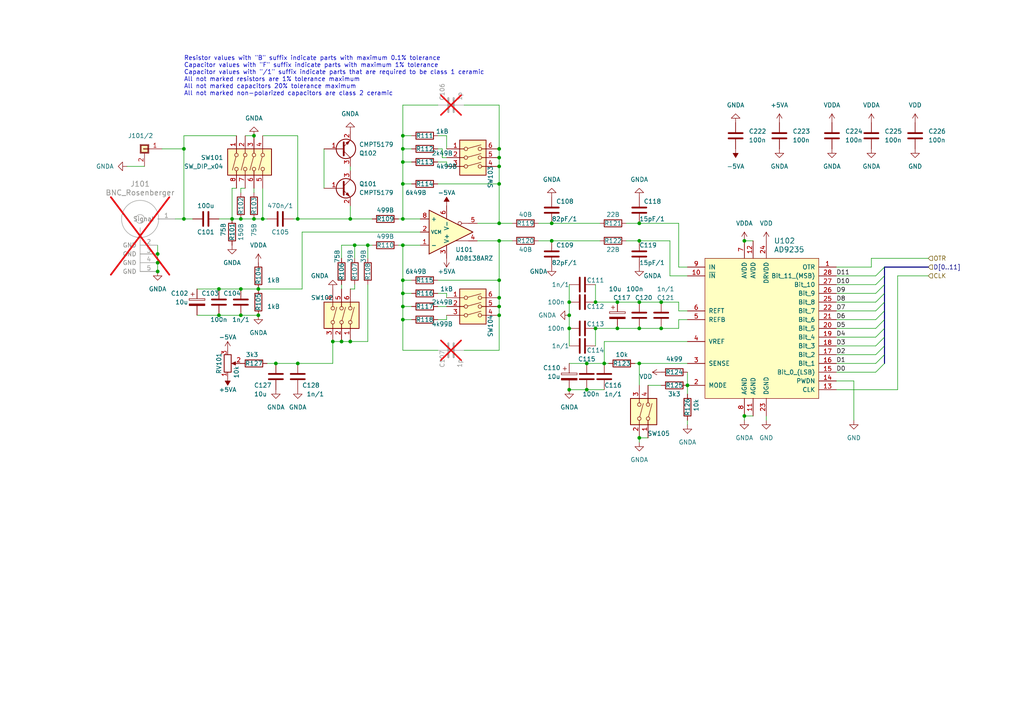
<source format=kicad_sch>
(kicad_sch (version 20231120) (generator "eeschema") (generator_version "8.0")
  (paper "A4")
  (title_block (title "MISRC-PCM") (date "2024-05-23") (rev "2.1") (comment 1 "Analog input + ADC"))
  (lib_symbols
    (symbol "ADC:AD9235" (pin_names (offset 1.016))
      (property "Reference" "U" (at -15.24 -21.59 0))
      (property "Value" "AD9235" (at -12.7 21.59 0))
      (symbol "AD9235_1_1"
        (pin input line (at 21.59 17.78 180) (length 5.08) (name "OTR") (number "1"))
        (pin input line (at -21.59 15.24 0) (length 5.08) (name "~{IN}") (number "10"))
        (pin power_in line (at -2.54 -25.4 90) (length 5.08) (name "AGND") (number "11"))
        (pin power_in line (at -2.54 25.4 270) (length 5.08) (name "AVDD") (number "12"))
        (pin input line (at 21.59 -17.78 180) (length 5.08) (name "CLK") (number "13"))
        (pin input line (at 21.59 -15.24 180) (length 5.08) (name "PWDN") (number "14"))
        (pin output line (at 21.59 -12.7 180) (length 5.08) (name "Bit_0_(LSB)") (number "15"))
        (pin output line (at 21.59 -10.16 180) (length 5.08) (name "Bit_1") (number "16"))
        (pin output line (at 21.59 -7.62 180) (length 5.08) (name "Bit_2") (number "17"))
        (pin output line (at 21.59 -5.08 180) (length 5.08) (name "Bit_3") (number "18"))
        (pin output line (at 21.59 -2.54 180) (length 5.08) (name "Bit_4") (number "19"))
        (pin input line (at -21.59 -16.51 0) (length 5.08) (name "MODE") (number "2"))
        (pin output line (at 21.59 0 180) (length 5.08) (name "Bit_5") (number "20"))
        (pin output line (at 21.59 2.54 180) (length 5.08) (name "Bit_6") (number "21"))
        (pin output line (at 21.59 5.08 180) (length 5.08) (name "Bit_7") (number "22"))
        (pin power_in line (at 1.27 -25.4 90) (length 5.08) (name "DGND") (number "23"))
        (pin power_in line (at 1.27 25.4 270) (length 5.08) (name "DRVDD") (number "24"))
        (pin output line (at 21.59 7.62 180) (length 5.08) (name "Bit_8") (number "25"))
        (pin output line (at 21.59 10.16 180) (length 5.08) (name "Bit_9") (number "26"))
        (pin output line (at 21.59 12.7 180) (length 5.08) (name "Bit_10") (number "27"))
        (pin output line (at 21.59 15.24 180) (length 5.08) (name "Bit_11_(MSB)") (number "28"))
        (pin input line (at -21.59 -10.16 0) (length 5.08) (name "SENSE") (number "3"))
        (pin input line (at -21.59 -3.81 0) (length 5.08) (name "VREF") (number "4"))
        (pin power_out line (at -21.59 2.54 0) (length 5.08) (name "REFB") (number "5"))
        (pin power_out line (at -21.59 5.08 0) (length 5.08) (name "REFT") (number "6"))
        (pin power_in line (at -5.08 25.4 270) (length 5.08) (name "AVDD") (number "7"))
        (pin power_in line (at -5.08 -25.4 90) (length 5.08) (name "AGND") (number "8"))
        (pin input line (at -21.59 17.78 0) (length 5.08) (name "IN") (number "9"))
      )
    )
    (symbol "Amplifier_Differential_AKL:AD8138ARZ"
      (property "Reference" "U" (at 8.89 11.43 0))
      (property "Value" "AD8138ARZ" (at 8.89 8.89 0))
      (symbol "AD8138ARZ_1_1"
        (pin input line (at -7.62 3.81 0) (length 2.54) (name "-") (number "1"))
        (pin input line (at -7.62 0 0) (length 2.54) (name "VCM") (number "2"))
        (pin power_in line (at 0 7.62 270) (length 3.84) (name "V+") (number "3"))
        (pin output line (at 8.89 2.54 180) (length 2.54) (name "~") (number "4"))
        (pin output line (at 8.89 -2.54 180) (length 2.54) (name "~") (number "5"))
        (pin power_in line (at 0 -7.62 90) (length 3.84) (name "V-") (number "6"))
        (pin no_connect line (at 0 0 0) (length 2.54) hide (name "NC") (number "7"))
        (pin input line (at -7.62 -3.81 0) (length 2.54) (name "+") (number "8"))
      )
    )
    (symbol "Connector_Generic_Shielded:Conn_01x01_Shielded" (pin_names (offset 1.016) hide)
      (property "Reference" "J1" (at -2.54 3.81 0))
      (symbol "Conn_01x01_Shielded_1_1"
        (pin passive line (at -5.08 0 0) (length 4.064) (name "Pin_1") (number "1"))
        (pin passive line (at 0 -5.08 90) (length 3.81) (name "Shield") (number "2"))
      )
    )
    (symbol "Device:C" (pin_numbers hide) (pin_names (offset 0.254))
      (property "Reference" "C" (at 0.635 2.54 0))
      (property "Value" "C" (at 0.635 -2.54 0))
      (symbol "C_1_1"
        (pin passive line (at 0 3.81 270) (length 2.794) (name "~") (number "1"))
        (pin passive line (at 0 -3.81 90) (length 2.794) (name "~") (number "2"))
      )
    )
    (symbol "Device:C_Polarized" (pin_numbers hide) (pin_names (offset 0.254))
      (property "Reference" "C" (at 0.635 2.54 0))
      (property "Value" "C_Polarized" (at 0.635 -2.54 0))
      (symbol "C_Polarized_1_1"
        (pin passive line (at 0 3.81 270) (length 2.794) (name "~") (number "1"))
        (pin passive line (at 0 -3.81 90) (length 2.794) (name "~") (number "2"))
      )
    )
    (symbol "Device:Q_NPN_BEC" (pin_names (offset 0) hide)
      (property "Reference" "Q" (at 5.08 1.27 0))
      (property "Value" "Q_NPN_BEC" (at 5.08 -1.27 0))
      (symbol "Q_NPN_BEC_1_1"
        (pin input line (at -5.08 0 0) (length 5.715) (name "B") (number "1"))
        (pin passive line (at 2.54 -5.08 90) (length 2.54) (name "E") (number "2"))
        (pin passive line (at 2.54 5.08 270) (length 2.54) (name "C") (number "3"))
      )
    )
    (symbol "Device:R" (pin_numbers hide) (pin_names (offset 0))
      (property "Reference" "R" (at 2.032 0 90))
      (property "Value" "R" (at 0 0 90))
      (symbol "R_1_1"
        (pin passive line (at 0 3.81 270) (length 1.27) (name "~") (number "1"))
        (pin passive line (at 0 -3.81 90) (length 1.27) (name "~") (number "2"))
      )
    )
    (symbol "Device:R_Potentiometer" (pin_names (offset 1.016) hide)
      (property "Reference" "RV" (at -4.445 0 90))
      (property "Value" "R_Potentiometer" (at -2.54 0 90))
      (symbol "R_Potentiometer_1_1"
        (pin passive line (at 0 3.81 270) (length 1.27) (name "1") (number "1"))
        (pin passive line (at 3.81 0 180) (length 1.27) (name "2") (number "2"))
        (pin passive line (at 0 -3.81 90) (length 1.27) (name "3") (number "3"))
      )
    )
    (symbol "Switch:SW_DIP_x02" (pin_names (offset 0) hide)
      (property "Reference" "SW" (at 0 6.35 0))
      (property "Value" "SW_DIP_x02" (at 0 -3.81 0))
      (symbol "SW_DIP_x02_1_1"
        (pin passive line (at -7.62 2.54 0) (length 5.08) (name "~") (number "1"))
        (pin passive line (at -7.62 0 0) (length 5.08) (name "~") (number "2"))
        (pin passive line (at 7.62 0 180) (length 5.08) (name "~") (number "3"))
        (pin passive line (at 7.62 2.54 180) (length 5.08) (name "~") (number "4"))
      )
    )
    (symbol "Switch:SW_DIP_x03" (pin_names (offset 0) hide)
      (property "Reference" "SW" (at 0 8.89 0))
      (property "Value" "SW_DIP_x03" (at 0 -3.81 0))
      (symbol "SW_DIP_x03_1_1"
        (pin passive line (at -7.62 5.08 0) (length 5.08) (name "~") (number "1"))
        (pin passive line (at -7.62 2.54 0) (length 5.08) (name "~") (number "2"))
        (pin passive line (at -7.62 0 0) (length 5.08) (name "~") (number "3"))
        (pin passive line (at 7.62 0 180) (length 5.08) (name "~") (number "4"))
        (pin passive line (at 7.62 2.54 180) (length 5.08) (name "~") (number "5"))
        (pin passive line (at 7.62 5.08 180) (length 5.08) (name "~") (number "6"))
      )
    )
    (symbol "Switch:SW_DIP_x04" (pin_names (offset 0) hide)
      (property "Reference" "SW" (at 0 8.89 0))
      (property "Value" "SW_DIP_x04" (at 0 -6.35 0))
      (symbol "SW_DIP_x04_1_1"
        (pin passive line (at -7.62 5.08 0) (length 5.08) (name "~") (number "1"))
        (pin passive line (at -7.62 2.54 0) (length 5.08) (name "~") (number "2"))
        (pin passive line (at -7.62 0 0) (length 5.08) (name "~") (number "3"))
        (pin passive line (at -7.62 -2.54 0) (length 5.08) (name "~") (number "4"))
        (pin passive line (at 7.62 -2.54 180) (length 5.08) (name "~") (number "5"))
        (pin passive line (at 7.62 0 180) (length 5.08) (name "~") (number "6"))
        (pin passive line (at 7.62 2.54 180) (length 5.08) (name "~") (number "7"))
        (pin passive line (at 7.62 5.08 180) (length 5.08) (name "~") (number "8"))
      )
    )
    (symbol "bnc_rosenberger:BNC_Rosenberger" (pin_names (offset 1.016))
      (property "Reference" "J" (at -3.81 6.35 0))
      (property "Value" "BNC_Rosenberger" (at -7.62 -5.08 90))
      (symbol "BNC_Rosenberger_1_1"
        (pin bidirectional line (at 10.16 0 180) (length 5.08) (name "Signal") (number "1"))
        (pin power_in line (at 5.08 -7.62 180) (length 5.08) (name "GND") (number "2"))
        (pin power_in line (at 5.08 -10.16 180) (length 5.08) (name "GND") (number "3"))
        (pin power_in line (at 5.08 -12.7 180) (length 5.08) (name "GND") (number "4"))
        (pin power_in line (at 5.08 -15.24 180) (length 5.08) (name "GND") (number "5"))
      )
    )
    (symbol "power:+5VA" (power) (pin_names (offset 0))
      (property "Value" "+5VA" (at 0 3.556 0))
      (symbol "+5VA_1_1"
        (pin power_in line (at 0 0 90) (length 0) hide (name "+5VA") (number "1"))
      )
    )
    (symbol "power:-5VA" (power) (pin_names (offset 0))
      (property "Value" "-5VA" (at 0 3.81 0))
      (symbol "-5VA_0_0"
        (pin power_in line (at 0 0 90) (length 0) hide (name "-5VA") (number "1"))
      )
    )
    (symbol "power:GND" (power) (pin_names (offset 0))
      (property "Value" "GND" (at 0 -3.81 0))
      (symbol "GND_1_1"
        (pin power_in line (at 0 0 270) (length 0) hide (name "GND") (number "1"))
      )
    )
    (symbol "power:GNDA" (power) (pin_names (offset 0))
      (property "Value" "GNDA" (at 0 -3.81 0))
      (symbol "GNDA_1_1"
        (pin power_in line (at 0 0 270) (length 0) hide (name "GNDA") (number "1"))
      )
    )
    (symbol "power:VDD" (power) (pin_names (offset 0))
      (property "Value" "VDD" (at 0 3.81 0))
      (symbol "VDD_1_1"
        (pin power_in line (at 0 0 90) (length 0) hide (name "VDD") (number "1"))
      )
    )
    (symbol "power:VDDA" (power) (pin_names (offset 0))
      (property "Value" "VDDA" (at 0 3.81 0))
      (symbol "VDDA_1_1"
        (pin power_in line (at 0 0 90) (length 0) hide (name "VDDA") (number "1"))
      )
    )
  )
  (junction (at 45.72 76.2))
  (junction (at 116.84 53.34))
  (junction (at 144.78 64.77))
  (junction (at 165.1 91.44))
  (junction (at 165.1 95.25))
  (junction (at 86.36 105.41))
  (junction (at 165.1 87.63))
  (junction (at 101.6 63.5))
  (junction (at 165.1 113.03))
  (junction (at 172.72 95.25))
  (junction (at 67.31 63.5))
  (junction (at 144.78 91.44))
  (junction (at 76.2 63.5))
  (junction (at 96.52 99.06))
  (junction (at 116.84 43.18))
  (junction (at 191.77 87.63))
  (junction (at 144.78 45.72))
  (junction (at 73.66 63.5))
  (junction (at 102.87 71.12))
  (junction (at 215.9 120.65))
  (junction (at 160.02 69.85))
  (junction (at 69.85 91.44))
  (junction (at 170.18 113.03))
  (junction (at 116.84 81.28))
  (junction (at 172.72 87.63))
  (junction (at 116.84 92.71))
  (junction (at 185.42 87.63))
  (junction (at 69.85 63.5))
  (junction (at 175.26 105.41))
  (junction (at 116.84 63.5))
  (junction (at 191.77 95.25))
  (junction (at 179.07 95.25))
  (junction (at 160.02 64.77))
  (junction (at 144.78 48.26))
  (junction (at 185.42 64.77))
  (junction (at 215.9 69.85))
  (junction (at 53.34 63.5))
  (junction (at 74.93 91.44))
  (junction (at 53.34 43.18))
  (junction (at 144.78 43.18))
  (junction (at 74.93 83.82))
  (junction (at 116.84 85.09))
  (junction (at 63.5 83.82))
  (junction (at 80.01 105.41))
  (junction (at 144.78 88.9))
  (junction (at 45.72 73.66))
  (junction (at 116.84 46.99))
  (junction (at 63.5 91.44))
  (junction (at 170.18 105.41))
  (junction (at 86.36 63.5))
  (junction (at 45.72 78.74))
  (junction (at 185.42 69.85))
  (junction (at 116.84 39.37))
  (junction (at 144.78 69.85))
  (junction (at 144.78 53.34))
  (junction (at 69.85 83.82))
  (junction (at 116.84 71.12))
  (junction (at 185.42 95.25))
  (junction (at 144.78 86.36))
  (junction (at 144.78 81.28))
  (junction (at 73.66 39.37))
  (junction (at 101.6 99.06))
  (junction (at 185.42 105.41))
  (junction (at 116.84 88.9))
  (junction (at 179.07 87.63))
  (junction (at 106.68 71.12))
  (junction (at 199.39 111.76))
  (junction (at 185.42 127))
  (junction (at 99.06 99.06))
  (bus_entry (at 256.54 85.09) (size -2.54 2.54))
  (bus_entry (at 256.54 102.87) (size -2.54 2.54))
  (bus_entry (at 256.54 80.01) (size -2.54 2.54))
  (bus_entry (at 256.54 90.17) (size -2.54 2.54))
  (bus_entry (at 256.54 105.41) (size -2.54 2.54))
  (bus_entry (at 256.54 97.79) (size -2.54 2.54))
  (bus_entry (at 256.54 87.63) (size -2.54 2.54))
  (bus_entry (at 256.54 77.47) (size -2.54 2.54))
  (bus_entry (at 256.54 100.33) (size -2.54 2.54))
  (bus_entry (at 256.54 95.25) (size -2.54 2.54))
  (bus_entry (at 256.54 92.71) (size -2.54 2.54))
  (bus_entry (at 256.54 82.55) (size -2.54 2.54))
  (wire (pts (xy 160.02 64.77) (xy 173.99 64.77)))
  (wire (pts (xy 242.57 80.01) (xy 254 80.01)))
  (wire (pts (xy 101.6 63.5) (xy 107.95 63.5)))
  (wire (pts (xy 222.25 121.92) (xy 222.25 120.65)))
  (wire (pts (xy 63.5 63.5) (xy 67.31 63.5)))
  (wire (pts (xy 80.01 105.41) (xy 86.36 105.41)))
  (wire (pts (xy 116.84 88.9) (xy 119.38 88.9)))
  (wire (pts (xy 102.87 83.82) (xy 102.87 82.55)))
  (wire (pts (xy 260.35 80.01) (xy 269.24 80.01)))
  (bus (pts (xy 256.54 80.01) (xy 256.54 82.55)))
  (wire (pts (xy 101.6 83.82) (xy 102.87 83.82)))
  (wire (pts (xy 185.42 105.41) (xy 185.42 111.76)))
  (wire (pts (xy 45.72 73.66) (xy 45.72 76.2)))
  (wire (pts (xy 116.84 53.34) (xy 116.84 63.5)))
  (wire (pts (xy 116.84 43.18) (xy 119.38 43.18)))
  (wire (pts (xy 185.42 105.41) (xy 199.39 105.41)))
  (bus (pts (xy 256.54 95.25) (xy 256.54 97.79)))
  (wire (pts (xy 116.84 101.6) (xy 127 101.6)))
  (wire (pts (xy 119.38 92.71) (xy 116.84 92.71)))
  (wire (pts (xy 127 92.71) (xy 129.54 92.71)))
  (wire (pts (xy 156.21 64.77) (xy 160.02 64.77)))
  (wire (pts (xy 129.54 46.99) (xy 129.54 48.26)))
  (wire (pts (xy 185.42 95.25) (xy 191.77 95.25)))
  (wire (pts (xy 144.78 81.28) (xy 144.78 86.36)))
  (wire (pts (xy 93.98 43.18) (xy 93.98 54.61)))
  (wire (pts (xy 242.57 82.55) (xy 254 82.55)))
  (bus (pts (xy 256.54 102.87) (xy 256.54 105.41)))
  (wire (pts (xy 252.73 77.47) (xy 252.73 74.93)))
  (wire (pts (xy 106.68 82.55) (xy 106.68 99.06)))
  (wire (pts (xy 199.39 111.76) (xy 199.39 114.3)))
  (wire (pts (xy 96.52 105.41) (xy 96.52 99.06)))
  (wire (pts (xy 129.54 85.09) (xy 129.54 86.36)))
  (wire (pts (xy 165.1 87.63) (xy 165.1 91.44)))
  (wire (pts (xy 215.9 120.65) (xy 215.9 121.92)))
  (wire (pts (xy 172.72 82.55) (xy 172.72 87.63)))
  (wire (pts (xy 242.57 85.09) (xy 254 85.09)))
  (wire (pts (xy 172.72 87.63) (xy 179.07 87.63)))
  (wire (pts (xy 45.72 71.12) (xy 45.72 73.66)))
  (wire (pts (xy 73.66 55.88) (xy 73.66 54.61)))
  (bus (pts (xy 256.54 97.79) (xy 256.54 100.33)))
  (wire (pts (xy 181.61 64.77) (xy 185.42 64.77)))
  (wire (pts (xy 106.68 74.93) (xy 106.68 71.12)))
  (wire (pts (xy 53.34 43.18) (xy 53.34 63.5)))
  (wire (pts (xy 99.06 71.12) (xy 99.06 74.93)))
  (bus (pts (xy 256.54 100.33) (xy 256.54 102.87)))
  (wire (pts (xy 215.9 69.85) (xy 218.44 69.85)))
  (wire (pts (xy 76.2 63.5) (xy 77.47 63.5)))
  (wire (pts (xy 116.84 30.48) (xy 116.84 39.37)))
  (wire (pts (xy 165.1 113.03) (xy 170.18 113.03)))
  (wire (pts (xy 185.42 69.85) (xy 194.31 69.85)))
  (wire (pts (xy 172.72 95.25) (xy 179.07 95.25)))
  (wire (pts (xy 185.42 127) (xy 185.42 128.27)))
  (bus (pts (xy 256.54 77.47) (xy 269.24 77.47)))
  (wire (pts (xy 165.1 95.25) (xy 165.1 100.33)))
  (bus (pts (xy 256.54 87.63) (xy 256.54 90.17)))
  (wire (pts (xy 144.78 45.72) (xy 144.78 48.26)))
  (wire (pts (xy 175.26 99.06) (xy 199.39 99.06)))
  (wire (pts (xy 170.18 105.41) (xy 175.26 105.41)))
  (wire (pts (xy 116.84 92.71) (xy 116.84 101.6)))
  (wire (pts (xy 160.02 69.85) (xy 173.99 69.85)))
  (wire (pts (xy 76.2 39.37) (xy 86.36 39.37)))
  (wire (pts (xy 46.99 43.18) (xy 53.34 43.18)))
  (wire (pts (xy 247.65 110.49) (xy 247.65 121.92)))
  (wire (pts (xy 67.31 54.61) (xy 67.31 63.5)))
  (wire (pts (xy 199.39 107.95) (xy 199.39 111.76)))
  (wire (pts (xy 102.87 71.12) (xy 99.06 71.12)))
  (wire (pts (xy 50.8 63.5) (xy 53.34 63.5)))
  (wire (pts (xy 134.62 30.48) (xy 144.78 30.48)))
  (wire (pts (xy 57.15 91.44) (xy 63.5 91.44)))
  (wire (pts (xy 101.6 59.69) (xy 101.6 63.5)))
  (wire (pts (xy 242.57 102.87) (xy 254 102.87)))
  (wire (pts (xy 242.57 92.71) (xy 254 92.71)))
  (wire (pts (xy 68.58 54.61) (xy 67.31 54.61)))
  (wire (pts (xy 129.54 39.37) (xy 129.54 43.18)))
  (wire (pts (xy 119.38 39.37) (xy 116.84 39.37)))
  (wire (pts (xy 196.85 95.25) (xy 196.85 92.71)))
  (wire (pts (xy 77.47 105.41) (xy 80.01 105.41)))
  (wire (pts (xy 196.85 90.17) (xy 196.85 87.63)))
  (wire (pts (xy 67.31 63.5) (xy 69.85 63.5)))
  (wire (pts (xy 57.15 83.82) (xy 63.5 83.82)))
  (wire (pts (xy 119.38 85.09) (xy 116.84 85.09)))
  (wire (pts (xy 116.84 63.5) (xy 121.92 63.5)))
  (wire (pts (xy 116.84 71.12) (xy 121.92 71.12)))
  (wire (pts (xy 127 30.48) (xy 116.84 30.48)))
  (wire (pts (xy 127 88.9) (xy 129.54 88.9)))
  (wire (pts (xy 74.93 83.82) (xy 87.63 83.82)))
  (wire (pts (xy 242.57 100.33) (xy 254 100.33)))
  (wire (pts (xy 127 39.37) (xy 129.54 39.37)))
  (wire (pts (xy 85.09 63.5) (xy 86.36 63.5)))
  (wire (pts (xy 179.07 87.63) (xy 185.42 87.63)))
  (wire (pts (xy 101.6 48.26) (xy 101.6 49.53)))
  (wire (pts (xy 69.85 54.61) (xy 69.85 55.88)))
  (wire (pts (xy 242.57 105.41) (xy 254 105.41)))
  (wire (pts (xy 127 85.09) (xy 129.54 85.09)))
  (wire (pts (xy 215.9 120.65) (xy 218.44 120.65)))
  (bus (pts (xy 256.54 92.71) (xy 256.54 95.25)))
  (wire (pts (xy 116.84 85.09) (xy 116.84 81.28)))
  (wire (pts (xy 101.6 99.06) (xy 106.68 99.06)))
  (wire (pts (xy 185.42 127) (xy 187.96 127)))
  (wire (pts (xy 71.12 54.61) (xy 69.85 54.61)))
  (wire (pts (xy 138.43 64.77) (xy 144.78 64.77)))
  (wire (pts (xy 194.31 69.85) (xy 194.31 80.01)))
  (wire (pts (xy 86.36 63.5) (xy 101.6 63.5)))
  (wire (pts (xy 199.39 90.17) (xy 196.85 90.17)))
  (wire (pts (xy 99.06 83.82) (xy 99.06 82.55)))
  (wire (pts (xy 116.84 88.9) (xy 116.84 92.71)))
  (wire (pts (xy 68.58 39.37) (xy 53.34 39.37)))
  (wire (pts (xy 87.63 67.31) (xy 87.63 83.82)))
  (wire (pts (xy 242.57 77.47) (xy 252.73 77.47)))
  (wire (pts (xy 194.31 80.01) (xy 199.39 80.01)))
  (wire (pts (xy 196.85 92.71) (xy 199.39 92.71)))
  (wire (pts (xy 127 53.34) (xy 144.78 53.34)))
  (wire (pts (xy 175.26 105.41) (xy 176.53 105.41)))
  (wire (pts (xy 181.61 69.85) (xy 185.42 69.85)))
  (wire (pts (xy 45.72 76.2) (xy 45.72 78.74)))
  (wire (pts (xy 144.78 69.85) (xy 144.78 81.28)))
  (wire (pts (xy 63.5 83.82) (xy 69.85 83.82)))
  (wire (pts (xy 260.35 113.03) (xy 260.35 80.01)))
  (wire (pts (xy 172.72 95.25) (xy 172.72 100.33)))
  (wire (pts (xy 127 46.99) (xy 129.54 46.99)))
  (wire (pts (xy 242.57 113.03) (xy 260.35 113.03)))
  (wire (pts (xy 144.78 91.44) (xy 144.78 101.6)))
  (wire (pts (xy 199.39 77.47) (xy 196.85 77.47)))
  (bus (pts (xy 256.54 77.47) (xy 256.54 80.01)))
  (wire (pts (xy 185.42 87.63) (xy 191.77 87.63)))
  (wire (pts (xy 144.78 86.36) (xy 144.78 88.9)))
  (wire (pts (xy 116.84 46.99) (xy 116.84 53.34)))
  (wire (pts (xy 191.77 95.25) (xy 196.85 95.25)))
  (wire (pts (xy 99.06 99.06) (xy 101.6 99.06)))
  (wire (pts (xy 185.42 64.77) (xy 196.85 64.77)))
  (wire (pts (xy 196.85 77.47) (xy 196.85 64.77)))
  (wire (pts (xy 69.85 83.82) (xy 74.93 83.82)))
  (wire (pts (xy 144.78 30.48) (xy 144.78 43.18)))
  (wire (pts (xy 134.62 101.6) (xy 144.78 101.6)))
  (wire (pts (xy 116.84 88.9) (xy 116.84 85.09)))
  (wire (pts (xy 115.57 63.5) (xy 116.84 63.5)))
  (wire (pts (xy 116.84 81.28) (xy 119.38 81.28)))
  (wire (pts (xy 156.21 69.85) (xy 160.02 69.85)))
  (wire (pts (xy 242.57 95.25) (xy 254 95.25)))
  (wire (pts (xy 63.5 91.44) (xy 69.85 91.44)))
  (wire (pts (xy 242.57 90.17) (xy 254 90.17)))
  (wire (pts (xy 144.78 53.34) (xy 144.78 64.77)))
  (wire (pts (xy 115.57 71.12) (xy 116.84 71.12)))
  (wire (pts (xy 165.1 91.44) (xy 165.1 95.25)))
  (wire (pts (xy 185.42 105.41) (xy 184.15 105.41)))
  (wire (pts (xy 127 43.18) (xy 128.27 43.18)))
  (wire (pts (xy 96.52 99.06) (xy 99.06 99.06)))
  (wire (pts (xy 129.54 92.71) (xy 129.54 91.44)))
  (wire (pts (xy 116.84 81.28) (xy 116.84 71.12)))
  (wire (pts (xy 53.34 39.37) (xy 53.34 43.18)))
  (wire (pts (xy 128.27 43.18) (xy 128.27 45.72)))
  (wire (pts (xy 87.63 67.31) (xy 121.92 67.31)))
  (wire (pts (xy 242.57 110.49) (xy 247.65 110.49)))
  (wire (pts (xy 242.57 87.63) (xy 254 87.63)))
  (wire (pts (xy 76.2 63.5) (xy 76.2 54.61)))
  (wire (pts (xy 102.87 74.93) (xy 102.87 71.12)))
  (wire (pts (xy 86.36 105.41) (xy 96.52 105.41)))
  (wire (pts (xy 106.68 71.12) (xy 102.87 71.12)))
  (wire (pts (xy 73.66 63.5) (xy 76.2 63.5)))
  (wire (pts (xy 144.78 88.9) (xy 144.78 91.44)))
  (wire (pts (xy 128.27 45.72) (xy 129.54 45.72)))
  (wire (pts (xy 127 81.28) (xy 144.78 81.28)))
  (wire (pts (xy 69.85 63.5) (xy 73.66 63.5)))
  (wire (pts (xy 165.1 105.41) (xy 170.18 105.41)))
  (wire (pts (xy 242.57 97.79) (xy 254 97.79)))
  (wire (pts (xy 116.84 43.18) (xy 116.84 46.99)))
  (bus (pts (xy 256.54 90.17) (xy 256.54 92.71)))
  (wire (pts (xy 36.83 48.26) (xy 41.91 48.26)))
  (wire (pts (xy 187.96 111.76) (xy 191.77 111.76)))
  (wire (pts (xy 55.88 63.5) (xy 53.34 63.5)))
  (wire (pts (xy 116.84 53.34) (xy 119.38 53.34)))
  (wire (pts (xy 170.18 113.03) (xy 175.26 113.03)))
  (wire (pts (xy 116.84 39.37) (xy 116.84 43.18)))
  (wire (pts (xy 69.85 91.44) (xy 74.93 91.44)))
  (wire (pts (xy 199.39 121.92) (xy 199.39 123.19)))
  (wire (pts (xy 191.77 87.63) (xy 196.85 87.63)))
  (bus (pts (xy 256.54 85.09) (xy 256.54 87.63)))
  (wire (pts (xy 144.78 48.26) (xy 144.78 53.34)))
  (wire (pts (xy 242.57 107.95) (xy 254 107.95)))
  (wire (pts (xy 106.68 71.12) (xy 107.95 71.12)))
  (wire (pts (xy 144.78 69.85) (xy 148.59 69.85)))
  (wire (pts (xy 252.73 74.93) (xy 269.24 74.93)))
  (wire (pts (xy 71.12 39.37) (xy 73.66 39.37)))
  (wire (pts (xy 116.84 46.99) (xy 119.38 46.99)))
  (wire (pts (xy 179.07 95.25) (xy 185.42 95.25)))
  (wire (pts (xy 86.36 39.37) (xy 86.36 63.5)))
  (bus (pts (xy 256.54 82.55) (xy 256.54 85.09)))
  (wire (pts (xy 175.26 105.41) (xy 175.26 99.06)))
  (wire (pts (xy 165.1 82.55) (xy 165.1 87.63)))
  (wire (pts (xy 144.78 43.18) (xy 144.78 45.72)))
  (wire (pts (xy 144.78 64.77) (xy 148.59 64.77)))
  (wire (pts (xy 138.43 69.85) (xy 144.78 69.85)))
  (text "Resistor values with \"B\" suffix indicate parts with maximum 0.1% tolerance\nCapacitor values with \"F\" suffix indicate parts with maximum 1% tolerance\nCapacitor values with \"/1\" suffix indicate parts that are required to be class 1 ceramic\nAll not marked resistors are 1% tolerance maximum\nAll not marked capacitors 20% tolerance maximum\nAll not marked non-polarized capacitors are class 2 ceramic" (at 53.34 27.94 0) (effects (font (size 1.27 1.27)) (justify left bottom)))
  (label "D5" (at 242.57 95.25 0))
  (label "D4" (at 242.57 97.79 0))
  (label "D6" (at 242.57 92.71 0))
  (label "D10" (at 242.57 82.55 0))
  (label "D8" (at 242.57 87.63 0))
  (label "D3" (at 242.57 100.33 0))
  (label "D11" (at 242.57 80.01 0))
  (label "D7" (at 242.57 90.17 0))
  (label "D1" (at 242.57 105.41 0))
  (label "D9" (at 242.57 85.09 0))
  (label "D2" (at 242.57 102.87 0))
  (label "D0" (at 242.57 107.95 0))
  (hierarchical_label "CLK" (shape input) (at 269.24 80.01 0))
  (hierarchical_label "D[0..11]" (shape input) (at 269.24 77.47 0))
  (hierarchical_label "OTR" (shape input) (at 269.24 74.93 0))
  (symbol (lib_id "power:GNDA") (at 213.36 35.56 180) (unit 1)
    (property "Reference" "#PWR0128" (effects (hide yes)))
    (property "Value" "GNDA" (at 213.36 30.48 0))
    (instances (project "MISRC_v2.1" (path "" (reference "#PWR0128") (unit 1)) (path "" (reference "#PWR0219") (unit 1))))
  )
  (symbol (lib_id "power:GNDA") (at 160.02 57.15 180) (unit 1)
    (property "Reference" "#PWR0119" (effects (hide yes)))
    (property "Value" "GNDA" (at 160.02 52.07 0))
    (instances (project "MISRC_v2.1" (path "" (reference "#PWR0119") (unit 1)) (path "" (reference "#PWR0210") (unit 1))))
  )
  (symbol (lib_id "Device:R") (at 74.93 87.63 180) (unit 1)
    (property "Reference" "R105" (at 74.93 90.17 90) (effects (justify right)))
    (property "Value" "1kB" (at 77.47 88.9 0) (effects (justify right)))
    (property "Footprint" "Resistor_SMD:R_0805_2012Metric" (effects (hide yes)))
    (property "Manufacturer_Part_Number" "RT0805BRD071KL" (effects (hide yes)))
    (instances (project "MISRC_v2.1" (path "" (reference "R105") (unit 1)) (path "" (reference "R205") (unit 1))))
  )
  (symbol (lib_id "Device:C") (at 213.36 39.37 0) (unit 1)
    (property "Reference" "C222" (at 217.17 38.1 0) (effects (justify left)))
    (property "Value" "100n" (at 217.17 40.64 0) (effects (justify left)))
    (property "Footprint" "Capacitor_SMD:C_0805_2012Metric" (effects (hide yes)))
    (property "Manufacturer_Part_Number" "GRM21BR72A104KAC4L" (effects (hide yes)))
    (instances (project "MISRC_v2.1" (path "" (reference "C222") (unit 1)) (path "" (reference "C122") (unit 1))))
  )
  (symbol (lib_id "Device:R") (at 106.68 78.74 0) (mirror y) (unit 1)
    (property "Reference" "R108" (at 106.68 76.2 90) (effects (justify right)))
    (property "Value" "39B" (at 105.41 72.39 90) (effects (justify right)))
    (property "Footprint" "Resistor_SMD:R_0805_2012Metric" (effects (hide yes)))
    (property "Manufacturer_Part_Number" "RT0805BRD0739RL" (effects (hide yes)))
    (instances (project "MISRC_v2.1" (path "" (reference "R108") (unit 1)) (path "" (reference "R208") (unit 1))))
  )
  (symbol (lib_id "power:GNDA") (at 252.73 43.18 0) (unit 1)
    (property "Reference" "#PWR0140" (effects (hide yes)))
    (property "Value" "GNDA" (at 252.73 48.26 0))
    (instances (project "MISRC_v2.1" (path "" (reference "#PWR0140") (unit 1)) (path "" (reference "#PWR0231") (unit 1))))
  )
  (symbol (lib_id "power:GNDA") (at 74.93 91.44 0) (unit 1)
    (property "Reference" "#PWR0114" (effects (hide yes)))
    (property "Value" "GNDA" (at 74.93 96.52 0))
    (instances (project "MISRC_v2.1" (path "" (reference "#PWR0114") (unit 1)) (path "" (reference "#PWR0205") (unit 1))))
  )
  (symbol (lib_id "Device:C") (at 226.06 39.37 0) (unit 1)
    (property "Reference" "C223" (at 229.87 38.1 0) (effects (justify left)))
    (property "Value" "100n" (at 229.87 40.64 0) (effects (justify left)))
    (property "Footprint" "Capacitor_SMD:C_0805_2012Metric" (effects (hide yes)))
    (property "Manufacturer_Part_Number" "GRM21BR72A104KAC4L" (effects (hide yes)))
    (instances (project "MISRC_v2.1" (path "" (reference "C223") (unit 1)) (path "" (reference "C123") (unit 1))))
  )
  (symbol (lib_id "power:+5VA") (at 226.06 35.56 0) (unit 1)
    (property "Reference" "#PWR0134" (effects (hide yes)))
    (property "Value" "+5VA" (at 226.06 30.48 0))
    (instances (project "MISRC_v2.1" (path "" (reference "#PWR0134") (unit 1)) (path "" (reference "#PWR0225") (unit 1))))
  )
  (symbol (lib_id "power:+5VA") (at 66.04 101.6 0) (unit 1)
    (property "Reference" "#PWR0206" (effects (hide yes)))
    (property "Value" "-5VA" (at 66.04 97.79 0))
    (instances (project "MISRC_v2.1" (path "" (reference "#PWR0206") (unit 1)) (path "" (reference "#PWR0243") (unit 1))))
  )
  (symbol (lib_id "power:GNDA") (at 165.1 113.03 0) (unit 1)
    (property "Reference" "#PWR0122" (effects (hide yes)))
    (property "Value" "GNDA" (at 165.1 118.11 0))
    (instances (project "MISRC_v2.1" (path "" (reference "#PWR0122") (unit 1)) (path "" (reference "#PWR0213") (unit 1))))
  )
  (symbol (lib_id "Switch:SW_DIP_x03") (at 137.16 48.26 0) (unit 1)
    (property "Reference" "SW103" (at 142.24 54.61 90) (effects (justify left)))
    (property "Value" "SW_DIP_x03" (effects (hide yes)))
    (property "Footprint" "Button_Switch_SMD:SW_DIP_SPSTx03_Slide_6.7x9.18mm_W8.61mm_P2.54mm_LowProfile" (effects (hide yes)))
    (property "Manufacturer_Part_Number" "A6S-3104-H" (effects (hide yes)))
    (instances (project "MISRC_v2.1" (path "" (reference "SW103") (unit 1)) (path "" (reference "SW203") (unit 1))))
  )
  (symbol (lib_id "power:GNDA") (at 185.42 77.47 0) (unit 1)
    (property "Reference" "#PWR0124" (effects (hide yes)))
    (property "Value" "GNDA" (at 189.23 80.01 0))
    (instances (project "MISRC_v2.1" (path "" (reference "#PWR0124") (unit 1)) (path "" (reference "#PWR0215") (unit 1))))
  )
  (symbol (lib_id "power:GNDA") (at 86.36 113.03 0) (mirror y) (unit 1)
    (property "Reference" "#PWR0248" (effects (hide yes)))
    (property "Value" "GNDA" (at 86.36 118.11 0))
    (instances (project "MISRC_v2.1" (path "" (reference "#PWR0248") (unit 1)) (path "" (reference "#PWR0249") (unit 1))))
  )
  (symbol (lib_id "Device:R") (at 123.19 53.34 90) (unit 1)
    (property "Reference" "R114" (at 123.19 53.34 90))
    (property "Value" "6k49B" (at 120.65 55.88 90))
    (property "Footprint" "Resistor_SMD:R_0805_2012Metric" (effects (hide yes)))
    (property "Manufacturer_Part_Number" "RT0805BRD076K49L" (effects (hide yes)))
    (instances (project "MISRC_v2.1" (path "" (reference "R114") (unit 1)) (path "" (reference "R214") (unit 1))))
  )
  (symbol (lib_id "Device:C") (at 168.91 100.33 90) (unit 1)
    (property "Reference" "C114" (at 172.72 101.6 90))
    (property "Value" "1n/1" (at 162.56 100.33 90))
    (property "Footprint" "Capacitor_SMD:C_0805_2012Metric" (effects (hide yes)))
    (property "Manufacturer_Part_Number" "GRM2195C1H102JA01D" (effects (hide yes)))
    (instances (project "MISRC_v2.1" (path "" (reference "C114") (unit 1)) (path "" (reference "C214") (unit 1))))
  )
  (symbol (lib_id "Device:C") (at 175.26 109.22 0) (unit 1)
    (property "Reference" "C116" (at 175.26 111.76 0) (effects (justify left)))
    (property "Value" "1n/1" (at 175.26 114.3 0) (effects (justify left)))
    (property "Footprint" "Capacitor_SMD:C_0805_2012Metric" (effects (hide yes)))
    (property "Manufacturer_Part_Number" "GRM2195C1H102JA01D" (effects (hide yes)))
    (instances (project "MISRC_v2.1" (path "" (reference "C116") (unit 1)) (path "" (reference "C216") (unit 1))))
  )
  (symbol (lib_id "Device:C") (at 63.5 87.63 0) (unit 1)
    (property "Reference" "C103" (at 58.42 85.09 0) (effects (justify left)))
    (property "Value" "100n" (at 60.96 92.71 0) (effects (justify left)))
    (property "Footprint" "Capacitor_SMD:C_0805_2012Metric" (effects (hide yes)))
    (property "Manufacturer_Part_Number" "GRM21BR72A104KAC4L" (effects (hide yes)))
    (instances (project "MISRC_v2.1" (path "" (reference "C103") (unit 1)) (path "" (reference "C203") (unit 1))))
  )
  (symbol (lib_id "Device:R") (at 195.58 107.95 90) (unit 1)
    (property "Reference" "R124" (at 195.58 107.95 90))
    (property "Value" "4k99" (at 195.58 104.14 90))
    (property "Footprint" "Resistor_SMD:R_0805_2012Metric" (effects (hide yes)))
    (property "Manufacturer_Part_Number" "RC0805FR-074K99L" (effects (hide yes)))
    (instances (project "MISRC_v2.1" (path "" (reference "R124") (unit 1)) (path "" (reference "R224") (unit 1))))
  )
  (symbol (lib_id "Connector_Generic_Shielded:Conn_01x01_Shielded") (at 41.91 43.18 0) (mirror y) (unit 1)
    (property "Reference" "J101/2" (at 44.45 39.37 0) (effects (justify left)))
    (property "Value" "Conn_01x01_Shielded" (effects (hide yes)))
    (property "Footprint" "Footprints:SMA_Amphenol_901-144_Horizontal" (effects (hide yes)))
    (property "Manufacturer_Part_Number" "CONSMA002-L-G" (effects (hide yes)))
    (instances (project "MISRC_v2.1" (path "" (reference "J101/2") (unit 1)) (path "" (reference "J201/2") (unit 1))))
  )
  (symbol (lib_id "Device:C") (at 130.81 30.48 90) (unit 1) (dnp yes)
    (property "Reference" "C106" (at 128.27 29.21 0) (effects (justify left)))
    (property "Value" "1p" (at 133.35 29.21 0) (effects (justify left)))
    (property "Footprint" "Capacitor_SMD:C_0805_2012Metric" (effects (hide yes)))
    (instances (project "MISRC_v2.1" (path "" (reference "C106") (unit 1)) (path "" (reference "C206") (unit 1))))
  )
  (symbol (lib_id "Device:C") (at 130.81 101.6 90) (unit 1) (dnp yes)
    (property "Reference" "C107" (at 128.27 106.68 0) (effects (justify left)))
    (property "Value" "1p" (at 133.35 106.68 0) (effects (justify left)))
    (property "Footprint" "Capacitor_SMD:C_0805_2012Metric" (effects (hide yes)))
    (instances (project "MISRC_v2.1" (path "" (reference "C107") (unit 1)) (path "" (reference "C207") (unit 1))))
  )
  (symbol (lib_id "Device:R") (at 73.66 105.41 270) (unit 1)
    (property "Reference" "R127" (at 76.2 105.41 90) (effects (justify right)))
    (property "Value" "3k3" (at 74.93 102.87 90) (effects (justify right)))
    (property "Footprint" "Resistor_SMD:R_0805_2012Metric" (effects (hide yes)))
    (property "Manufacturer_Part_Number" "RC0805FR-073K3L" (effects (hide yes)))
    (instances (project "MISRC_v2.1" (path "" (reference "R127") (unit 1)) (path "" (reference "R228") (unit 1))))
  )
  (symbol (lib_id "power:+5VA") (at 129.54 74.93 180) (unit 1)
    (property "Reference" "#PWR0118" (effects (hide yes)))
    (property "Value" "+5VA" (at 129.54 78.74 0))
    (instances (project "MISRC_v2.1" (path "" (reference "#PWR0118") (unit 1)) (path "" (reference "#PWR0209") (unit 1))))
  )
  (symbol (lib_id "power:GND") (at 265.43 43.18 0) (unit 1)
    (property "Reference" "#PWR0142" (effects (hide yes)))
    (property "Value" "GND" (at 265.43 48.26 0))
    (instances (project "MISRC_v2.1" (path "" (reference "#PWR0142") (unit 1)) (path "" (reference "#PWR0233") (unit 1))))
  )
  (symbol (lib_id "Device:R") (at 111.76 63.5 90) (unit 1)
    (property "Reference" "R109" (at 111.76 63.5 90))
    (property "Value" "499B" (at 111.76 60.96 90))
    (property "Footprint" "Resistor_SMD:R_0805_2012Metric" (effects (hide yes)))
    (property "Manufacturer_Part_Number" "RT0805BRD07499RL" (effects (hide yes)))
    (instances (project "MISRC_v2.1" (path "" (reference "R109") (unit 1)) (path "" (reference "R209") (unit 1))))
  )
  (symbol (lib_id "power:GNDA") (at 96.52 83.82 0) (mirror x) (unit 1)
    (property "Reference" "#PWR0116" (effects (hide yes)))
    (property "Value" "GNDA" (at 92.71 80.01 0))
    (instances (project "MISRC_v2.1" (path "" (reference "#PWR0116") (unit 1)) (path "" (reference "#PWR0207") (unit 1))))
  )
  (symbol (lib_id "Device:R_Potentiometer") (at 66.04 105.41 0) (mirror x) (unit 1)
    (property "Reference" "RV101" (at 63.5 105.41 90))
    (property "Value" "10k" (at 68.58 107.95 90))
    (property "Footprint" "Potentiometer_THT:Potentiometer_Bourns_3266W_Vertical" (effects (hide yes)))
    (property "Manufacturer_Part_Number" "3266W-1-103LF" (effects (hide yes)))
    (instances (project "MISRC_v2.1" (path "" (reference "RV101") (unit 1)) (path "" (reference "RV201") (unit 1))))
  )
  (symbol (lib_id "Device:R") (at 195.58 111.76 90) (unit 1)
    (property "Reference" "R125" (at 195.58 111.76 90))
    (property "Value" "3k3" (at 195.58 114.3 90))
    (property "Footprint" "Resistor_SMD:R_0805_2012Metric" (effects (hide yes)))
    (property "Manufacturer_Part_Number" "RC0805FR-073K3L" (effects (hide yes)))
    (instances (project "MISRC_v2.1" (path "" (reference "R125") (unit 1)) (path "" (reference "R225") (unit 1))))
  )
  (symbol (lib_id "power:GNDA") (at 241.3 43.18 0) (unit 1)
    (property "Reference" "#PWR0137" (effects (hide yes)))
    (property "Value" "GNDA" (at 241.3 48.26 0))
    (instances (project "MISRC_v2.1" (path "" (reference "#PWR0137") (unit 1)) (path "" (reference "#PWR0228") (unit 1))))
  )
  (symbol (lib_id "power:GNDA") (at 80.01 113.03 0) (mirror y) (unit 1)
    (property "Reference" "#PWR0246" (effects (hide yes)))
    (property "Value" "GNDA" (at 80.01 118.11 0))
    (instances (project "MISRC_v2.1" (path "" (reference "#PWR0246") (unit 1)) (path "" (reference "#PWR0247") (unit 1))))
  )
  (symbol (lib_id "power:VDD") (at 265.43 35.56 0) (unit 1)
    (property "Reference" "#PWR0141" (effects (hide yes)))
    (property "Value" "VDD" (at 265.43 30.48 0))
    (instances (project "MISRC_v2.1" (path "" (reference "#PWR0141") (unit 1)) (path "" (reference "#PWR0232") (unit 1))))
  )
  (symbol (lib_id "power:GNDA") (at 226.06 43.18 0) (unit 1)
    (property "Reference" "#PWR0135" (effects (hide yes)))
    (property "Value" "GNDA" (at 226.06 48.26 0))
    (instances (project "MISRC_v2.1" (path "" (reference "#PWR0135") (unit 1)) (path "" (reference "#PWR0226") (unit 1))))
  )
  (symbol (lib_id "Device:C") (at 252.73 39.37 0) (unit 1)
    (property "Reference" "C225" (at 256.54 38.1 0) (effects (justify left)))
    (property "Value" "100n" (at 256.54 40.64 0) (effects (justify left)))
    (property "Footprint" "Capacitor_SMD:C_0805_2012Metric" (effects (hide yes)))
    (property "Manufacturer_Part_Number" "GRM21BR72A104KAC4L" (effects (hide yes)))
    (instances (project "MISRC_v2.1" (path "" (reference "C225") (unit 1)) (path "" (reference "C125") (unit 1))))
  )
  (symbol (lib_id "power:-5VA") (at 213.36 43.18 180) (unit 1)
    (property "Reference" "#PWR0129" (effects (hide yes)))
    (property "Value" "-5VA" (at 213.36 48.26 0))
    (instances (project "MISRC_v2.1" (path "" (reference "#PWR0129") (unit 1)) (path "" (reference "#PWR0220") (unit 1))))
  )
  (symbol (lib_id "Switch:SW_DIP_x04") (at 73.66 46.99 90) (mirror x) (unit 1)
    (property "Reference" "SW101" (at 64.77 45.72 90) (effects (justify left)))
    (property "Value" "SW_DIP_x04" (at 64.77 48.26 90) (effects (justify left)))
    (property "Footprint" "Button_Switch_SMD:SW_DIP_SPSTx04_Slide_6.7x11.72mm_W8.61mm_P2.54mm_LowProfile" (effects (hide yes)))
    (property "Manufacturer_Part_Number" "IKD0403101" (effects (hide yes)))
    (instances (project "MISRC_v2.1" (path "" (reference "SW101") (unit 1)) (path "" (reference "SW201") (unit 1))))
  )
  (symbol (lib_id "Device:R") (at 123.19 43.18 90) (unit 1)
    (property "Reference" "R112" (at 123.19 43.18 90))
    (property "Value" "2k49B" (at 128.27 44.45 90))
    (property "Footprint" "Resistor_SMD:R_0805_2012Metric" (effects (hide yes)))
    (property "Manufacturer_Part_Number" "RT0805BRD072K49L" (effects (hide yes)))
    (instances (project "MISRC_v2.1" (path "" (reference "R112") (unit 1)) (path "" (reference "R212") (unit 1))))
  )
  (symbol (lib_id "Device:C") (at 86.36 109.22 0) (unit 1)
    (property "Reference" "C128" (at 87.63 111.76 0) (effects (justify left)))
    (property "Value" "1n/1" (at 88.9 114.3 0) (effects (justify left)))
    (property "Footprint" "Capacitor_SMD:C_0805_2012Metric" (effects (hide yes)))
    (property "Manufacturer_Part_Number" "GRM2195C1H102JA01D" (effects (hide yes)))
    (instances (project "MISRC_v2.1" (path "" (reference "C128") (unit 1)) (path "" (reference "C228") (unit 1))))
  )
  (symbol (lib_id "power:VDDA") (at 241.3 35.56 0) (unit 1)
    (property "Reference" "#PWR0136" (effects (hide yes)))
    (property "Value" "VDDA" (at 241.3 30.48 0))
    (instances (project "MISRC_v2.1" (path "" (reference "#PWR0136") (unit 1)) (path "" (reference "#PWR0227") (unit 1))))
  )
  (symbol (lib_id "power:GNDA") (at 160.02 77.47 0) (unit 1)
    (property "Reference" "#PWR0120" (effects (hide yes)))
    (property "Value" "GNDA" (at 156.21 78.74 0))
    (instances (project "MISRC_v2.1" (path "" (reference "#PWR0120") (unit 1)) (path "" (reference "#PWR0211") (unit 1))))
  )
  (symbol (lib_id "power:GNDA") (at 101.6 38.1 0) (mirror x) (unit 1)
    (property "Reference" "#PWR0241" (effects (hide yes)))
    (property "Value" "GNDA" (at 104.14 33.02 0) (effects (justify right)))
    (instances (project "MISRC_v2.1" (path "" (reference "#PWR0241") (unit 1)) (path "" (reference "#PWR0242") (unit 1))))
  )
  (symbol (lib_id "bnc_rosenberger:BNC_Rosenberger") (at 40.64 63.5 0) (unit 1) (dnp yes)
    (property "Reference" "J101" (at 40.64 53.34 0) (effects (font (size 1.524 1.524))))
    (property "Value" "BNC_Rosenberger" (at 40.64 55.88 0) (effects (font (size 1.524 1.524))))
    (property "Footprint" "Footprints:BNC_Right_Angle-DOSIN-801-0050_5pin" (effects (hide yes)))
    (property "Manufacturer_Part_Number" "DOSIN-801-0050" (effects (hide yes)))
    (instances (project "MISRC_v2.1" (path "" (reference "J101") (unit 1)) (path "" (reference "J201") (unit 1))))
  )
  (symbol (lib_id "power:GNDA") (at 185.42 128.27 0) (unit 1)
    (property "Reference" "#PWR0125" (effects (hide yes)))
    (property "Value" "GNDA" (at 185.42 133.35 0))
    (instances (project "MISRC_v2.1" (path "" (reference "#PWR0125") (unit 1)) (path "" (reference "#PWR0216") (unit 1))))
  )
  (symbol (lib_id "Device:C") (at 191.77 91.44 0) (unit 1)
    (property "Reference" "C121" (at 190.5 86.36 0) (effects (justify left)))
    (property "Value" "1n/1" (at 190.5 83.82 0) (effects (justify left)))
    (property "Footprint" "Capacitor_SMD:C_0805_2012Metric" (effects (hide yes)))
    (property "Manufacturer_Part_Number" "GRM2195C1H102JA01D" (effects (hide yes)))
    (instances (project "MISRC_v2.1" (path "" (reference "C121") (unit 1)) (path "" (reference "C221") (unit 1))))
  )
  (symbol (lib_id "Amplifier_Differential_AKL:AD8138ARZ") (at 129.54 67.31 0) (mirror x) (unit 1)
    (property "Reference" "U101" (at 132.08 72.39 0) (effects (justify left)))
    (property "Value" "AD8138ARZ" (at 132.08 74.93 0) (effects (justify left)))
    (property "Footprint" "Package_SO:SO-8_3.9x4.9mm_P1.27mm" (effects (hide yes)))
    (property "Datasheet" "https://www.analog.com/media/en/technical-documentation/data-sheets/AD8138.pdf" (effects (hide yes)))
    (property "Manufacturer_Part_Number" "AD8138ARZ" (effects (hide yes)))
    (instances (project "MISRC_v2.1" (path "" (reference "U101") (unit 1)) (path "" (reference "U201") (unit 1))))
  )
  (symbol (lib_id "power:VDDA") (at 74.93 76.2 0) (unit 1)
    (property "Reference" "#PWR0113" (effects (hide yes)))
    (property "Value" "VDDA" (at 74.93 71.12 0))
    (instances (project "MISRC_v2.1" (path "" (reference "#PWR0113") (unit 1)) (path "" (reference "#PWR0204") (unit 1))))
  )
  (symbol (lib_id "Device:C") (at 81.28 63.5 90) (mirror x) (unit 1)
    (property "Reference" "C105" (at 81.28 67.31 90))
    (property "Value" "470n/1" (at 81.28 59.69 90))
    (property "Footprint" "Capacitor_SMD:C_1206_3216Metric" (effects (hide yes)))
    (property "Manufacturer_Part_Number" "GRM31C5C1E474JE01L" (effects (hide yes)))
    (instances (project "MISRC_v2.1" (path "" (reference "C105") (unit 1)) (path "" (reference "C205") (unit 1))))
  )
  (symbol (lib_id "Device:R") (at 177.8 69.85 90) (unit 1)
    (property "Reference" "R122" (at 177.8 69.85 90))
    (property "Value" "22B" (at 177.8 72.39 90))
    (property "Footprint" "Resistor_SMD:R_0805_2012Metric" (effects (hide yes)))
    (property "Manufacturer_Part_Number" "RT0805BRD0722RL" (effects (hide yes)))
    (instances (project "MISRC_v2.1" (path "" (reference "R122") (unit 1)) (path "" (reference "R222") (unit 1))))
  )
  (symbol (lib_id "Device:C") (at 185.42 91.44 0) (unit 1)
    (property "Reference" "C120" (at 184.15 86.36 0) (effects (justify left)))
    (property "Value" "100n" (at 181.61 83.82 0) (effects (justify left)))
    (property "Footprint" "Capacitor_SMD:C_0805_2012Metric" (effects (hide yes)))
    (property "Manufacturer_Part_Number" "GRM21BR72A104KAC4L" (effects (hide yes)))
    (instances (project "MISRC_v2.1" (path "" (reference "C120") (unit 1)) (path "" (reference "C220") (unit 1))))
  )
  (symbol (lib_id "Device:R") (at 180.34 105.41 90) (unit 1)
    (property "Reference" "R123" (at 180.34 105.41 90))
    (property "Value" "10k" (at 180.34 102.87 90))
    (property "Footprint" "Resistor_SMD:R_0805_2012Metric" (effects (hide yes)))
    (property "Manufacturer_Part_Number" "RC0805FR-0710KL" (effects (hide yes)))
    (instances (project "MISRC_v2.1" (path "" (reference "R123") (unit 1)) (path "" (reference "R223") (unit 1))))
  )
  (symbol (lib_id "Switch:SW_DIP_x03") (at 137.16 91.44 0) (unit 1)
    (property "Reference" "SW104" (at 142.24 97.79 90) (effects (justify left)))
    (property "Value" "SW_DIP_x03" (effects (hide yes)))
    (property "Footprint" "Button_Switch_SMD:SW_DIP_SPSTx03_Slide_6.7x9.18mm_W8.61mm_P2.54mm_LowProfile" (effects (hide yes)))
    (property "Manufacturer_Part_Number" "A6S-3104-H" (effects (hide yes)))
    (instances (project "MISRC_v2.1" (path "" (reference "SW104") (unit 1)) (path "" (reference "SW204") (unit 1))))
  )
  (symbol (lib_id "Device:R") (at 123.19 85.09 90) (unit 1)
    (property "Reference" "R116" (at 123.19 85.09 90))
    (property "Value" "1kB" (at 129.54 83.82 90))
    (property "Footprint" "Resistor_SMD:R_0805_2012Metric" (effects (hide yes)))
    (property "Manufacturer_Part_Number" "RT0805BRD071KL" (effects (hide yes)))
    (instances (project "MISRC_v2.1" (path "" (reference "R116") (unit 1)) (path "" (reference "R216") (unit 1))))
  )
  (symbol (lib_id "Device:C") (at 185.42 73.66 0) (unit 1)
    (property "Reference" "C119" (at 185.42 71.12 0) (effects (justify left)))
    (property "Value" "15pF/1" (at 185.42 76.2 0) (effects (justify left)))
    (property "Footprint" "Capacitor_SMD:C_0805_2012Metric" (effects (hide yes)))
    (property "Manufacturer_Part_Number" "GRM21A5C2D150JW01D" (effects (hide yes)))
    (instances (project "MISRC_v2.1" (path "" (reference "C119") (unit 1)) (path "" (reference "C219") (unit 1))))
  )
  (symbol (lib_id "Device:R") (at 177.8 64.77 90) (unit 1)
    (property "Reference" "R121" (at 177.8 64.77 90))
    (property "Value" "22B" (at 177.8 62.23 90))
    (property "Footprint" "Resistor_SMD:R_0805_2012Metric" (effects (hide yes)))
    (property "Manufacturer_Part_Number" "RT0805BRD0722RL" (effects (hide yes)))
    (instances (project "MISRC_v2.1" (path "" (reference "R121") (unit 1)) (path "" (reference "R221") (unit 1))))
  )
  (symbol (lib_id "Device:C_Polarized") (at 179.07 91.44 0) (unit 1)
    (property "Reference" "C117" (at 177.8 86.36 0) (effects (justify left)))
    (property "Value" "10u" (at 176.53 83.82 0) (effects (justify left)))
    (property "Footprint" "Capacitor_Tantalum_SMD:CP_EIA-3528-21_Kemet-B_Pad1.50x2.35mm_HandSolder" (effects (hide yes)))
    (property "Manufacturer_Part_Number" "T491B106K016AT7280" (effects (hide yes)))
    (instances (project "MISRC_v2.1" (path "" (reference "C117") (unit 1)) (path "" (reference "C217") (unit 1))))
  )
  (symbol (lib_id "power:VDDA") (at 252.73 35.56 0) (unit 1)
    (property "Reference" "#PWR0139" (effects (hide yes)))
    (property "Value" "VDDA" (at 252.73 30.48 0))
    (instances (project "MISRC_v2.1" (path "" (reference "#PWR0139") (unit 1)) (path "" (reference "#PWR0230") (unit 1))))
  )
  (symbol (lib_id "power:VDD") (at 222.25 69.85 0) (unit 1)
    (property "Reference" "#PWR0132" (effects (hide yes)))
    (property "Value" "VDD" (at 222.25 64.77 0))
    (instances (project "MISRC_v2.1" (path "" (reference "#PWR0132") (unit 1)) (path "" (reference "#PWR0223") (unit 1))))
  )
  (symbol (lib_id "Device:C") (at 265.43 39.37 0) (unit 1)
    (property "Reference" "C226" (at 269.24 38.1 0) (effects (justify left)))
    (property "Value" "100n" (at 269.24 40.64 0) (effects (justify left)))
    (property "Footprint" "Capacitor_SMD:C_0805_2012Metric" (effects (hide yes)))
    (property "Manufacturer_Part_Number" "GRM21BR72A104KAC4L" (effects (hide yes)))
    (instances (project "MISRC_v2.1" (path "" (reference "C226") (unit 1)) (path "" (reference "C126") (unit 1))))
  )
  (symbol (lib_id "Device:R") (at 102.87 78.74 0) (mirror y) (unit 1)
    (property "Reference" "R107" (at 102.87 76.2 90) (effects (justify right)))
    (property "Value" "39B" (at 101.6 72.39 90) (effects (justify right)))
    (property "Footprint" "Resistor_SMD:R_0805_2012Metric" (effects (hide yes)))
    (property "Manufacturer_Part_Number" "RT0805BRD0739RL" (effects (hide yes)))
    (instances (project "MISRC_v2.1" (path "" (reference "R107") (unit 1)) (path "" (reference "R207") (unit 1))))
  )
  (symbol (lib_id "Device:C") (at 170.18 109.22 0) (unit 1)
    (property "Reference" "C115" (at 167.64 104.14 0) (effects (justify left)))
    (property "Value" "100n" (at 168.91 114.3 0) (effects (justify left)))
    (property "Footprint" "Capacitor_SMD:C_0805_2012Metric" (effects (hide yes)))
    (property "Manufacturer_Part_Number" "GRM21BR72A104KAC4L" (effects (hide yes)))
    (instances (project "MISRC_v2.1" (path "" (reference "C115") (unit 1)) (path "" (reference "C215") (unit 1))))
  )
  (symbol (lib_id "Device:R") (at 67.31 67.31 180) (unit 1)
    (property "Reference" "R101" (at 67.31 69.85 90) (effects (justify right)))
    (property "Value" "75B" (at 64.77 68.58 90) (effects (justify right)))
    (property "Footprint" "Resistor_SMD:R_0805_2012Metric" (effects (hide yes)))
    (property "Manufacturer_Part_Number" "RT0805BRD0775RL" (effects (hide yes)))
    (instances (project "MISRC_v2.1" (path "" (reference "R101") (unit 1)) (path "" (reference "R201") (unit 1))))
  )
  (symbol (lib_id "Device:C") (at 168.91 87.63 90) (unit 1)
    (property "Reference" "C112" (at 172.72 88.9 90))
    (property "Value" "100n" (at 161.29 87.63 90))
    (property "Footprint" "Capacitor_SMD:C_0805_2012Metric" (effects (hide yes)))
    (property "Manufacturer_Part_Number" "GRM21BR72A104KAC4L" (effects (hide yes)))
    (instances (project "MISRC_v2.1" (path "" (reference "C112") (unit 1)) (path "" (reference "C212") (unit 1))))
  )
  (symbol (lib_id "Device:C") (at 168.91 82.55 90) (unit 1)
    (property "Reference" "C111" (at 172.72 81.28 90))
    (property "Value" "1n/1" (at 162.56 82.55 90))
    (property "Footprint" "Capacitor_SMD:C_0805_2012Metric" (effects (hide yes)))
    (property "Manufacturer_Part_Number" "GRM2195C1H102JA01D" (effects (hide yes)))
    (instances (project "MISRC_v2.1" (path "" (reference "C111") (unit 1)) (path "" (reference "C211") (unit 1))))
  )
  (symbol (lib_id "Device:R") (at 111.76 71.12 90) (unit 1)
    (property "Reference" "R110" (at 111.76 71.12 90))
    (property "Value" "499B" (at 111.76 68.58 90))
    (property "Footprint" "Resistor_SMD:R_0805_2012Metric" (effects (hide yes)))
    (property "Manufacturer_Part_Number" "RT0805BRD07499RL" (effects (hide yes)))
    (instances (project "MISRC_v2.1" (path "" (reference "R110") (unit 1)) (path "" (reference "R210") (unit 1))))
  )
  (symbol (lib_id "power:GNDA") (at 165.1 91.44 270) (unit 1)
    (property "Reference" "#PWR0121" (effects (hide yes)))
    (property "Value" "GNDA" (at 161.29 91.44 90) (effects (justify right)))
    (instances (project "MISRC_v2.1" (path "" (reference "#PWR0121") (unit 1)) (path "" (reference "#PWR0212") (unit 1))))
  )
  (symbol (lib_id "Device:R") (at 69.85 59.69 0) (mirror y) (unit 1)
    (property "Reference" "R102" (at 69.85 57.15 90) (effects (justify right)))
    (property "Value" "150B" (at 69.85 64.77 90) (effects (justify right)))
    (property "Footprint" "Resistor_SMD:R_0805_2012Metric" (effects (hide yes)))
    (property "Manufacturer_Part_Number" "RT0805BRD07150RL" (effects (hide yes)))
    (instances (project "MISRC_v2.1" (path "" (reference "R102") (unit 1)) (path "" (reference "R202") (unit 1))))
  )
  (symbol (lib_id "power:GNDA") (at 199.39 123.19 0) (unit 1)
    (property "Reference" "#PWR0127" (effects (hide yes)))
    (property "Value" "GNDA" (at 199.39 128.27 0))
    (instances (project "MISRC_v2.1" (path "" (reference "#PWR0127") (unit 1)) (path "" (reference "#PWR0218") (unit 1))))
  )
  (symbol (lib_id "Device:Q_NPN_BEC") (at 99.06 43.18 0) (mirror x) (unit 1)
    (property "Reference" "Q102" (at 104.14 44.45 0) (effects (justify left)))
    (property "Value" "CMPT5179" (at 104.14 41.91 0) (effects (justify left)))
    (property "Footprint" "Package_TO_SOT_SMD:SOT-23" (effects (hide yes)))
    (property "Manufacturer_Part_Number" "CMPT5179 TR PBFREE" (effects (hide yes)))
    (instances (project "MISRC_v2.1" (path "" (reference "Q102") (unit 1)) (path "" (reference "Q202") (unit 1))))
  )
  (symbol (lib_id "power:GNDA") (at 36.83 48.26 270) (unit 1)
    (property "Reference" "#PWR0253" (effects (hide yes)))
    (property "Value" "GNDA" (at 33.02 48.26 90) (effects (justify right)))
    (instances (project "MISRC_v2.1" (path "" (reference "#PWR0253") (unit 1)) (path "" (reference "#PWR0254") (unit 1))))
  )
  (symbol (lib_id "Device:C_Polarized") (at 57.15 87.63 0) (unit 1)
    (property "Reference" "C102" (at 49.53 85.09 0) (effects (justify left)))
    (property "Value" "10u" (at 50.8 87.63 0) (effects (justify left)))
    (property "Footprint" "Capacitor_Tantalum_SMD:CP_EIA-3528-21_Kemet-B_Pad1.50x2.35mm_HandSolder" (effects (hide yes)))
    (property "Manufacturer_Part_Number" "T491B106K016AT7280" (effects (hide yes)))
    (instances (project "MISRC_v2.1" (path "" (reference "C102") (unit 1)) (path "" (reference "C202") (unit 1))))
  )
  (symbol (lib_id "Device:C") (at 69.85 87.63 0) (unit 1)
    (property "Reference" "C104" (at 64.77 85.09 0) (effects (justify left)))
    (property "Value" "1n/1" (at 67.31 92.71 0) (effects (justify left)))
    (property "Footprint" "Capacitor_SMD:C_0805_2012Metric" (effects (hide yes)))
    (property "Manufacturer_Part_Number" "GRM2195C1H102JA01D" (effects (hide yes)))
    (instances (project "MISRC_v2.1" (path "" (reference "C104") (unit 1)) (path "" (reference "C204") (unit 1))))
  )
  (symbol (lib_id "ADC:AD9235") (at 220.98 95.25 0) (unit 1)
    (property "Reference" "U102" (at 224.4441 69.85 0) (effects (font (size 1.524 1.524)) (justify left)))
    (property "Value" "AD9235" (at 224.4441 72.39 0) (effects (font (size 1.524 1.524)) (justify left)))
    (property "Footprint" "Package_SO:TSSOP-28_4.4x9.7mm_P0.65mm" (effects (hide yes)))
    (property "Manufacturer_Part_Number" "AD9235BRUZ-40" (effects (hide yes)))
    (instances (project "MISRC_v2.1" (path "" (reference "U102") (unit 1)) (path "" (reference "U202") (unit 1))))
  )
  (symbol (lib_id "Switch:SW_DIP_x02") (at 185.42 119.38 270) (mirror x) (unit 1)
    (property "Reference" "SW105" (at 194.31 125.73 90) (effects (justify right)))
    (property "Value" "SW_DIP_x02" (effects (hide yes)))
    (property "Footprint" "Button_Switch_SMD:SW_DIP_SPSTx02_Slide_6.7x6.64mm_W8.61mm_P2.54mm_LowProfile" (effects (hide yes)))
    (property "Manufacturer_Part_Number" "IKD0203101" (effects (hide yes)))
    (instances (project "MISRC_v2.1" (path "" (reference "SW105") (unit 1)) (path "" (reference "SW205") (unit 1))))
  )
  (symbol (lib_id "Device:C") (at 185.42 60.96 0) (unit 1)
    (property "Reference" "C118" (at 186.69 58.42 0) (effects (justify left)))
    (property "Value" "15pF/1" (at 185.42 63.5 0) (effects (justify left)))
    (property "Footprint" "Capacitor_SMD:C_0805_2012Metric" (effects (hide yes)))
    (property "Manufacturer_Part_Number" "GRM21A5C2D150JW01D" (effects (hide yes)))
    (instances (project "MISRC_v2.1" (path "" (reference "C118") (unit 1)) (path "" (reference "C218") (unit 1))))
  )
  (symbol (lib_id "power:-5VA") (at 66.04 109.22 180) (unit 1)
    (property "Reference" "#PWR0244" (effects (hide yes)))
    (property "Value" "+5VA" (at 66.04 113.03 0))
    (instances (project "MISRC_v2.1" (path "" (reference "#PWR0244") (unit 1)) (path "" (reference "#PWR0245") (unit 1))))
  )
  (symbol (lib_id "power:GNDA") (at 185.42 57.15 180) (unit 1)
    (property "Reference" "#PWR0123" (effects (hide yes)))
    (property "Value" "GNDA" (at 185.42 52.07 0))
    (instances (project "MISRC_v2.1" (path "" (reference "#PWR0123") (unit 1)) (path "" (reference "#PWR0214") (unit 1))))
  )
  (symbol (lib_id "power:GND") (at 247.65 121.92 0) (unit 1)
    (property "Reference" "#PWR0138" (effects (hide yes)))
    (property "Value" "GND" (at 247.65 127 0))
    (instances (project "MISRC_v2.1" (path "" (reference "#PWR0138") (unit 1)) (path "" (reference "#PWR0229") (unit 1))))
  )
  (symbol (lib_id "Switch:SW_DIP_x03") (at 96.52 91.44 270) (mirror x) (unit 1)
    (property "Reference" "SW102" (at 90.17 86.36 90) (effects (justify left)))
    (property "Value" "SW_DIP_x03" (effects (hide yes)))
    (property "Footprint" "Button_Switch_SMD:SW_DIP_SPSTx03_Slide_6.7x9.18mm_W8.61mm_P2.54mm_LowProfile" (effects (hide yes)))
    (property "Manufacturer_Part_Number" "A6S-3104-H" (effects (hide yes)))
    (instances (project "MISRC_v2.1" (path "" (reference "SW102") (unit 1)) (path "" (reference "SW202") (unit 1))))
  )
  (symbol (lib_id "Device:R") (at 123.19 88.9 90) (unit 1)
    (property "Reference" "R117" (at 123.19 88.9 90))
    (property "Value" "2k49B" (at 128.27 87.63 90))
    (property "Footprint" "Resistor_SMD:R_0805_2012Metric" (effects (hide yes)))
    (property "Manufacturer_Part_Number" "RT0805BRD072K49L" (effects (hide yes)))
    (instances (project "MISRC_v2.1" (path "" (reference "R117") (unit 1)) (path "" (reference "R217") (unit 1))))
  )
  (symbol (lib_id "Device:R") (at 199.39 118.11 180) (unit 1)
    (property "Reference" "R126" (at 199.39 120.65 90) (effects (justify right)))
    (property "Value" "10k" (at 201.93 119.38 90) (effects (justify right)))
    (property "Footprint" "Resistor_SMD:R_0805_2012Metric" (effects (hide yes)))
    (property "Manufacturer_Part_Number" "RC0805FR-0710KL" (effects (hide yes)))
    (instances (project "MISRC_v2.1" (path "" (reference "R126") (unit 1)) (path "" (reference "R226") (unit 1))))
  )
  (symbol (lib_id "power:-5VA") (at 129.54 59.69 0) (unit 1)
    (property "Reference" "#PWR0117" (effects (hide yes)))
    (property "Value" "-5VA" (at 129.54 55.88 0))
    (instances (project "MISRC_v2.1" (path "" (reference "#PWR0117") (unit 1)) (path "" (reference "#PWR0208") (unit 1))))
  )
  (symbol (lib_id "power:VDDA") (at 215.9 69.85 0) (unit 1)
    (property "Reference" "#PWR0130" (effects (hide yes)))
    (property "Value" "VDDA" (at 215.9 64.77 0))
    (instances (project "MISRC_v2.1" (path "" (reference "#PWR0130") (unit 1)) (path "" (reference "#PWR0221") (unit 1))))
  )
  (symbol (lib_id "Device:R") (at 123.19 81.28 90) (unit 1)
    (property "Reference" "R115" (at 123.19 81.28 90))
    (property "Value" "6k49B" (at 120.65 78.74 90))
    (property "Footprint" "Resistor_SMD:R_0805_2012Metric" (effects (hide yes)))
    (property "Manufacturer_Part_Number" "RT0805BRD076K49L" (effects (hide yes)))
    (instances (project "MISRC_v2.1" (path "" (reference "R115") (unit 1)) (path "" (reference "R215") (unit 1))))
  )
  (symbol (lib_id "Device:R") (at 152.4 64.77 90) (unit 1)
    (property "Reference" "R119" (at 152.4 64.77 90))
    (property "Value" "40B" (at 152.4 62.23 90))
    (property "Footprint" "Resistor_SMD:R_0805_2012Metric" (effects (hide yes)))
    (property "Manufacturer_Part_Number" "RT0805BRD0739R2L" (effects (hide yes)))
    (instances (project "MISRC_v2.1" (path "" (reference "R119") (unit 1)) (path "" (reference "R219") (unit 1))))
  )
  (symbol (lib_id "Device:C") (at 160.02 60.96 0) (unit 1)
    (property "Reference" "C108" (at 161.29 58.42 0) (effects (justify left)))
    (property "Value" "82pF/1" (at 160.02 63.5 0) (effects (justify left)))
    (property "Footprint" "Capacitor_SMD:C_0805_2012Metric" (effects (hide yes)))
    (property "Manufacturer_Part_Number" "GRM21A5C2D820JW01D" (effects (hide yes)))
    (instances (project "MISRC_v2.1" (path "" (reference "C108") (unit 1)) (path "" (reference "C208") (unit 1))))
  )
  (symbol (lib_id "Device:C") (at 168.91 95.25 90) (unit 1)
    (property "Reference" "C113" (at 172.72 93.98 90))
    (property "Value" "100n" (at 161.29 95.25 90))
    (property "Footprint" "Capacitor_SMD:C_0805_2012Metric" (effects (hide yes)))
    (property "Manufacturer_Part_Number" "GRM21BR72A104KAC4L" (effects (hide yes)))
    (instances (project "MISRC_v2.1" (path "" (reference "C113") (unit 1)) (path "" (reference "C213") (unit 1))))
  )
  (symbol (lib_id "Device:R") (at 123.19 92.71 90) (unit 1)
    (property "Reference" "R118" (at 123.19 92.71 90))
    (property "Value" "4k99B" (at 128.27 93.98 90))
    (property "Footprint" "Resistor_SMD:R_0805_2012Metric" (effects (hide yes)))
    (property "Manufacturer_Part_Number" "RT0805BRD074K99L" (effects (hide yes)))
    (instances (project "MISRC_v2.1" (path "" (reference "R118") (unit 1)) (path "" (reference "R218") (unit 1))))
  )
  (symbol (lib_id "Device:R") (at 74.93 80.01 180) (unit 1)
    (property "Reference" "R104" (at 74.93 82.55 90) (effects (justify right)))
    (property "Value" "1kB" (at 77.47 81.28 0) (effects (justify right)))
    (property "Footprint" "Resistor_SMD:R_0805_2012Metric" (effects (hide yes)))
    (property "Manufacturer_Part_Number" "RT0805BRD071KL" (effects (hide yes)))
    (instances (project "MISRC_v2.1" (path "" (reference "R104") (unit 1)) (path "" (reference "R204") (unit 1))))
  )
  (symbol (lib_id "Device:R") (at 73.66 59.69 0) (mirror y) (unit 1)
    (property "Reference" "R103" (at 73.66 57.15 90) (effects (justify right)))
    (property "Value" "75B" (at 73.66 64.77 90) (effects (justify right)))
    (property "Footprint" "Resistor_SMD:R_0805_2012Metric" (effects (hide yes)))
    (property "Manufacturer_Part_Number" "RT0805BRD0775RL" (effects (hide yes)))
    (instances (project "MISRC_v2.1" (path "" (reference "R103") (unit 1)) (path "" (reference "R203") (unit 1))))
  )
  (symbol (lib_id "Device:C") (at 241.3 39.37 0) (unit 1)
    (property "Reference" "C224" (at 245.11 38.1 0) (effects (justify left)))
    (property "Value" "100n" (at 245.11 40.64 0) (effects (justify left)))
    (property "Footprint" "Capacitor_SMD:C_0805_2012Metric" (effects (hide yes)))
    (property "Manufacturer_Part_Number" "GRM21BR72A104KAC4L" (effects (hide yes)))
    (instances (project "MISRC_v2.1" (path "" (reference "C224") (unit 1)) (path "" (reference "C124") (unit 1))))
  )
  (symbol (lib_id "Device:C_Polarized") (at 165.1 109.22 0) (unit 1)
    (property "Reference" "C110" (at 157.48 106.68 0) (effects (justify left)))
    (property "Value" "10u" (at 158.75 109.22 0) (effects (justify left)))
    (property "Footprint" "Capacitor_Tantalum_SMD:CP_EIA-3528-21_Kemet-B_Pad1.50x2.35mm_HandSolder" (effects (hide yes)))
    (property "Manufacturer_Part_Number" "T491B106K016AT7280" (effects (hide yes)))
    (instances (project "MISRC_v2.1" (path "" (reference "C110") (unit 1)) (path "" (reference "C210") (unit 1))))
  )
  (symbol (lib_id "power:VDD") (at 191.77 107.95 90) (unit 1)
    (property "Reference" "#PWR0217" (effects (hide yes)))
    (property "Value" "VDD" (at 189.23 109.22 90) (effects (justify left)))
    (instances (project "MISRC_v2.1" (path "" (reference "#PWR0217") (unit 1)) (path "" (reference "#PWR0234") (unit 1))))
  )
  (symbol (lib_id "Device:R") (at 99.06 78.74 0) (mirror y) (unit 1)
    (property "Reference" "R106" (at 99.06 76.2 90) (effects (justify right)))
    (property "Value" "75B" (at 97.79 72.39 90) (effects (justify right)))
    (property "Footprint" "Resistor_SMD:R_0805_2012Metric" (effects (hide yes)))
    (property "Manufacturer_Part_Number" "RT0805BRD0775RL" (effects (hide yes)))
    (instances (project "MISRC_v2.1" (path "" (reference "R106") (unit 1)) (path "" (reference "R206") (unit 1))))
  )
  (symbol (lib_id "Device:C") (at 160.02 73.66 0) (unit 1)
    (property "Reference" "C109" (at 161.29 71.12 0) (effects (justify left)))
    (property "Value" "82pF/1" (at 160.02 76.2 0) (effects (justify left)))
    (property "Footprint" "Capacitor_SMD:C_0805_2012Metric" (effects (hide yes)))
    (property "Manufacturer_Part_Number" "GRM21A5C2D820JW01D" (effects (hide yes)))
    (instances (project "MISRC_v2.1" (path "" (reference "C109") (unit 1)) (path "" (reference "C209") (unit 1))))
  )
  (symbol (lib_id "Device:C") (at 59.69 63.5 90) (mirror x) (unit 1)
    (property "Reference" "C101" (at 59.69 67.31 90))
    (property "Value" "100u" (at 59.69 59.69 90))
    (property "Footprint" "Capacitor_SMD:C_1210_3225Metric" (effects (hide yes)))
    (property "Manufacturer_Part_Number" "GRM32ER61A107ME20K" (effects (hide yes)))
    (instances (project "MISRC_v2.1" (path "" (reference "C101") (unit 1)) (path "" (reference "C201") (unit 1))))
  )
  (symbol (lib_id "Device:R") (at 152.4 69.85 90) (unit 1)
    (property "Reference" "R120" (at 152.4 69.85 90))
    (property "Value" "40B" (at 152.4 72.39 90))
    (property "Footprint" "Resistor_SMD:R_0805_2012Metric" (effects (hide yes)))
    (property "Manufacturer_Part_Number" "RT0805BRD0739R2L" (effects (hide yes)))
    (instances (project "MISRC_v2.1" (path "" (reference "R120") (unit 1)) (path "" (reference "R220") (unit 1))))
  )
  (symbol (lib_id "Device:R") (at 123.19 39.37 90) (unit 1)
    (property "Reference" "R111" (at 123.19 39.37 90))
    (property "Value" "1kB" (at 128.27 38.1 90))
    (property "Footprint" "Resistor_SMD:R_0805_2012Metric" (effects (hide yes)))
    (property "Manufacturer_Part_Number" "RT0805BRD071KL" (effects (hide yes)))
    (instances (project "MISRC_v2.1" (path "" (reference "R111") (unit 1)) (path "" (reference "R211") (unit 1))))
  )
  (symbol (lib_id "power:GNDA") (at 45.72 78.74 0) (unit 1)
    (property "Reference" "#PWR0110" (effects (hide yes)))
    (property "Value" "GNDA" (at 45.72 83.82 0))
    (instances (project "MISRC_v2.1" (path "" (reference "#PWR0110") (unit 1)) (path "" (reference "#PWR0201") (unit 1))))
  )
  (symbol (lib_id "Device:R") (at 123.19 46.99 90) (unit 1)
    (property "Reference" "R113" (at 123.19 46.99 90))
    (property "Value" "4k99B" (at 129.54 48.26 90))
    (property "Footprint" "Resistor_SMD:R_0805_2012Metric" (effects (hide yes)))
    (property "Manufacturer_Part_Number" "RT0805BRD074K99L" (effects (hide yes)))
    (instances (project "MISRC_v2.1" (path "" (reference "R113") (unit 1)) (path "" (reference "R213") (unit 1))))
  )
  (symbol (lib_id "Device:Q_NPN_BEC") (at 99.06 54.61 0) (unit 1)
    (property "Reference" "Q101" (at 104.14 53.34 0) (effects (justify left)))
    (property "Value" "CMPT5179" (at 104.14 55.88 0) (effects (justify left)))
    (property "Footprint" "Package_TO_SOT_SMD:SOT-23" (effects (hide yes)))
    (property "Manufacturer_Part_Number" "CMPT5179 TR PBFREE" (effects (hide yes)))
    (instances (project "MISRC_v2.1" (path "" (reference "Q101") (unit 1)) (path "" (reference "Q201") (unit 1))))
  )
  (symbol (lib_id "power:GNDA") (at 67.31 71.12 0) (unit 1)
    (property "Reference" "#PWR0111" (effects (hide yes)))
    (property "Value" "GNDA" (at 67.31 76.2 0))
    (instances (project "MISRC_v2.1" (path "" (reference "#PWR0111") (unit 1)) (path "" (reference "#PWR0202") (unit 1))))
  )
  (symbol (lib_id "power:GNDA") (at 215.9 121.92 0) (unit 1)
    (property "Reference" "#PWR0131" (effects (hide yes)))
    (property "Value" "GNDA" (at 215.9 127 0))
    (instances (project "MISRC_v2.1" (path "" (reference "#PWR0131") (unit 1)) (path "" (reference "#PWR0222") (unit 1))))
  )
  (symbol (lib_id "power:GNDA") (at 73.66 39.37 0) (mirror x) (unit 1)
    (property "Reference" "#PWR0112" (effects (hide yes)))
    (property "Value" "GNDA" (at 73.66 34.29 0))
    (instances (project "MISRC_v2.1" (path "" (reference "#PWR0112") (unit 1)) (path "" (reference "#PWR0203") (unit 1))))
  )
  (symbol (lib_id "power:GND") (at 222.25 121.92 0) (unit 1)
    (property "Reference" "#PWR0133" (effects (hide yes)))
    (property "Value" "GND" (at 222.25 127 0))
    (instances (project "MISRC_v2.1" (path "" (reference "#PWR0133") (unit 1)) (path "" (reference "#PWR0224") (unit 1))))
  )
  (symbol (lib_id "Device:C") (at 80.01 109.22 0) (unit 1)
    (property "Reference" "C127" (at 73.66 111.76 0) (effects (justify left)))
    (property "Value" "10u" (at 73.66 114.3 0) (effects (justify left)))
    (property "Footprint" "Capacitor_SMD:C_0805_2012Metric" (effects (hide yes)))
    (property "Manufacturer_Part_Number" "GRM21BR61C106KE15K" (effects (hide yes)))
    (instances (project "MISRC_v2.1" (path "" (reference "C127") (unit 1)) (path "" (reference "C227") (unit 1))))
  )
)
</source>
